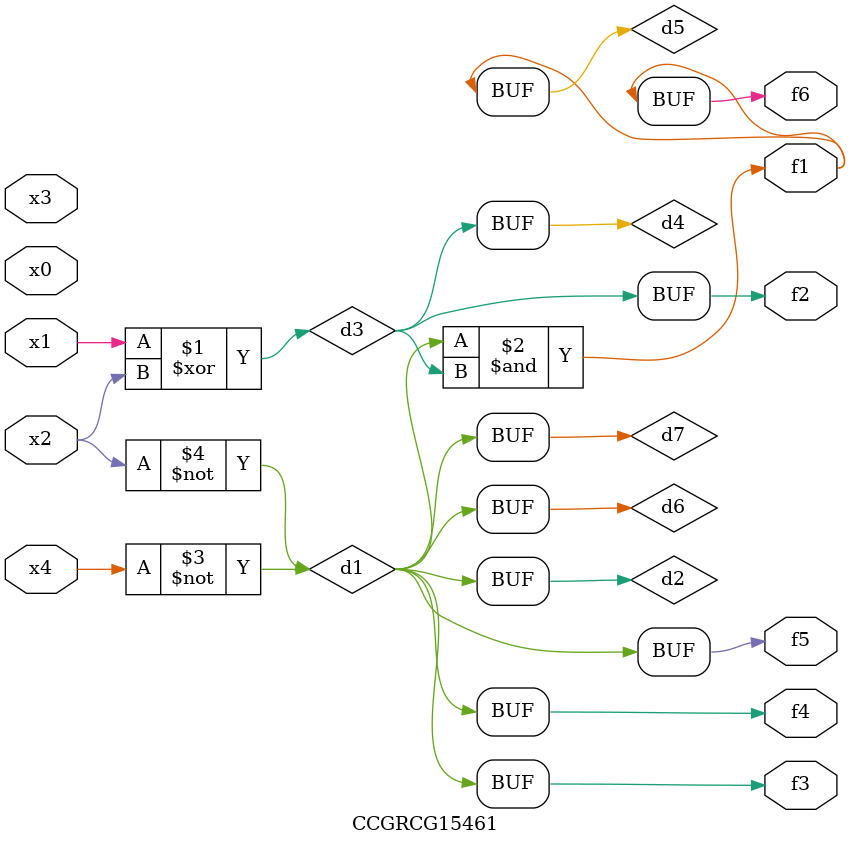
<source format=v>
module CCGRCG15461(
	input x0, x1, x2, x3, x4,
	output f1, f2, f3, f4, f5, f6
);

	wire d1, d2, d3, d4, d5, d6, d7;

	not (d1, x4);
	not (d2, x2);
	xor (d3, x1, x2);
	buf (d4, d3);
	and (d5, d1, d3);
	buf (d6, d1, d2);
	buf (d7, d2);
	assign f1 = d5;
	assign f2 = d4;
	assign f3 = d7;
	assign f4 = d7;
	assign f5 = d7;
	assign f6 = d5;
endmodule

</source>
